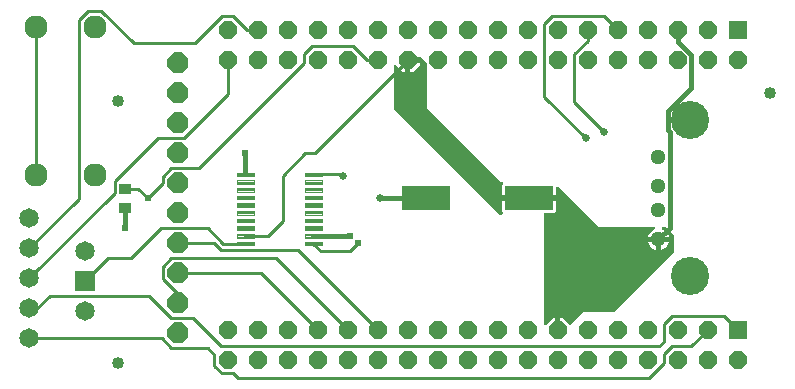
<source format=gbr>
G04 EAGLE Gerber RS-274X export*
G75*
%MOMM*%
%FSLAX34Y34*%
%LPD*%
%INTop Copper*%
%IPPOS*%
%AMOC8*
5,1,8,0,0,1.08239X$1,22.5*%
G01*
%ADD10R,1.031241X0.949959*%
%ADD11C,1.960000*%
%ADD12R,1.524000X1.524000*%
%ADD13P,1.649562X8X202.500000*%
%ADD14R,1.651000X1.651000*%
%ADD15C,1.651000*%
%ADD16P,1.924489X8X202.500000*%
%ADD17C,0.102500*%
%ADD18C,3.220000*%
%ADD19C,1.288000*%
%ADD20C,1.016000*%
%ADD21R,4.100000X2.000000*%
%ADD22C,0.254000*%
%ADD23C,0.381000*%
%ADD24C,0.609600*%
%ADD25C,0.654800*%

G36*
X500771Y65998D02*
X500771Y65998D01*
X500889Y66006D01*
X500928Y66018D01*
X500968Y66023D01*
X501079Y66067D01*
X501192Y66104D01*
X501226Y66125D01*
X501264Y66140D01*
X501360Y66210D01*
X501461Y66274D01*
X501488Y66303D01*
X501521Y66327D01*
X501597Y66419D01*
X501679Y66506D01*
X501698Y66541D01*
X501724Y66572D01*
X501775Y66680D01*
X501832Y66784D01*
X501842Y66823D01*
X501859Y66860D01*
X501882Y66977D01*
X501912Y67092D01*
X501915Y67152D01*
X501919Y67172D01*
X501918Y67193D01*
X501922Y67253D01*
X501922Y76461D01*
X503909Y76461D01*
X509260Y71110D01*
X509354Y71037D01*
X509443Y70958D01*
X509479Y70940D01*
X509511Y70915D01*
X509620Y70867D01*
X509726Y70813D01*
X509766Y70805D01*
X509803Y70788D01*
X509921Y70770D01*
X510037Y70744D01*
X510077Y70745D01*
X510117Y70739D01*
X510236Y70750D01*
X510354Y70753D01*
X510393Y70765D01*
X510434Y70768D01*
X510546Y70809D01*
X510660Y70842D01*
X510695Y70862D01*
X510733Y70876D01*
X510831Y70943D01*
X510934Y71003D01*
X510979Y71043D01*
X510996Y71055D01*
X511009Y71070D01*
X511055Y71110D01*
X521226Y81281D01*
X546100Y81281D01*
X546198Y81293D01*
X546297Y81296D01*
X546355Y81313D01*
X546416Y81321D01*
X546508Y81357D01*
X546603Y81385D01*
X546655Y81415D01*
X546711Y81438D01*
X546791Y81496D01*
X546877Y81546D01*
X546952Y81612D01*
X546969Y81624D01*
X546976Y81634D01*
X546998Y81653D01*
X597798Y132453D01*
X597858Y132531D01*
X597926Y132603D01*
X597955Y132656D01*
X597992Y132704D01*
X598032Y132795D01*
X598080Y132881D01*
X598095Y132940D01*
X598119Y132996D01*
X598134Y133094D01*
X598159Y133189D01*
X598165Y133289D01*
X598169Y133310D01*
X598167Y133322D01*
X598169Y133350D01*
X598169Y146050D01*
X598157Y146148D01*
X598154Y146247D01*
X598137Y146305D01*
X598129Y146366D01*
X598093Y146458D01*
X598065Y146553D01*
X598035Y146605D01*
X598012Y146661D01*
X597954Y146741D01*
X597904Y146827D01*
X597838Y146902D01*
X597826Y146919D01*
X597816Y146926D01*
X597798Y146948D01*
X591448Y153298D01*
X591369Y153358D01*
X591297Y153426D01*
X591244Y153455D01*
X591196Y153492D01*
X591105Y153532D01*
X591019Y153580D01*
X590960Y153595D01*
X590904Y153619D01*
X590806Y153634D01*
X590711Y153659D01*
X590611Y153665D01*
X590590Y153669D01*
X590578Y153667D01*
X590550Y153669D01*
X588770Y153669D01*
X588701Y153661D01*
X588631Y153662D01*
X588544Y153641D01*
X588455Y153629D01*
X588390Y153604D01*
X588322Y153587D01*
X588242Y153545D01*
X588159Y153512D01*
X588103Y153471D01*
X588041Y153439D01*
X587974Y153378D01*
X587902Y153326D01*
X587857Y153272D01*
X587805Y153225D01*
X587756Y153150D01*
X587699Y153081D01*
X587669Y153017D01*
X587631Y152959D01*
X587601Y152874D01*
X587563Y152793D01*
X587550Y152724D01*
X587527Y152658D01*
X587520Y152569D01*
X587503Y152481D01*
X587508Y152411D01*
X587502Y152341D01*
X587518Y152253D01*
X587523Y152163D01*
X587545Y152097D01*
X587557Y152028D01*
X587594Y151946D01*
X587621Y151861D01*
X587659Y151802D01*
X587687Y151738D01*
X587743Y151668D01*
X587791Y151592D01*
X587842Y151544D01*
X587886Y151490D01*
X587958Y151436D01*
X588023Y151374D01*
X588084Y151340D01*
X588140Y151298D01*
X588284Y151227D01*
X589054Y150909D01*
X590525Y149926D01*
X591776Y148675D01*
X592759Y147204D01*
X593436Y145570D01*
X593499Y145249D01*
X585830Y145249D01*
X585712Y145234D01*
X585593Y145227D01*
X585555Y145214D01*
X585515Y145209D01*
X585404Y145166D01*
X585291Y145129D01*
X585257Y145107D01*
X585219Y145092D01*
X585123Y145023D01*
X585022Y144959D01*
X584994Y144929D01*
X584962Y144906D01*
X584886Y144814D01*
X584804Y144727D01*
X584796Y144713D01*
X584749Y144788D01*
X584719Y144816D01*
X584695Y144849D01*
X584604Y144925D01*
X584517Y145006D01*
X584482Y145026D01*
X584450Y145051D01*
X584343Y145102D01*
X584238Y145160D01*
X584199Y145170D01*
X584163Y145187D01*
X584046Y145209D01*
X583930Y145239D01*
X583870Y145243D01*
X583850Y145247D01*
X583830Y145245D01*
X583770Y145249D01*
X576101Y145249D01*
X576164Y145570D01*
X576841Y147204D01*
X577824Y148675D01*
X579075Y149926D01*
X580546Y150909D01*
X581316Y151227D01*
X581376Y151262D01*
X581441Y151288D01*
X581514Y151340D01*
X581592Y151385D01*
X581642Y151434D01*
X581698Y151474D01*
X581756Y151544D01*
X581820Y151606D01*
X581857Y151666D01*
X581901Y151719D01*
X581939Y151801D01*
X581986Y151877D01*
X582007Y151944D01*
X582037Y152007D01*
X582054Y152095D01*
X582080Y152181D01*
X582083Y152251D01*
X582097Y152320D01*
X582091Y152409D01*
X582095Y152499D01*
X582081Y152567D01*
X582077Y152637D01*
X582049Y152722D01*
X582031Y152810D01*
X582000Y152873D01*
X581979Y152939D01*
X581931Y153015D01*
X581891Y153096D01*
X581846Y153149D01*
X581809Y153208D01*
X581743Y153270D01*
X581685Y153338D01*
X581628Y153378D01*
X581577Y153426D01*
X581498Y153469D01*
X581425Y153521D01*
X581359Y153546D01*
X581298Y153580D01*
X581212Y153602D01*
X581127Y153634D01*
X581058Y153642D01*
X580991Y153659D01*
X580830Y153669D01*
X533926Y153669D01*
X500507Y187088D01*
X500398Y187173D01*
X500291Y187261D01*
X500272Y187270D01*
X500256Y187282D01*
X500128Y187338D01*
X500003Y187397D01*
X499983Y187401D01*
X499964Y187409D01*
X499826Y187431D01*
X499690Y187457D01*
X499670Y187455D01*
X499650Y187459D01*
X499511Y187446D01*
X499373Y187437D01*
X499354Y187431D01*
X499334Y187429D01*
X499202Y187382D01*
X499071Y187339D01*
X499053Y187328D01*
X499034Y187321D01*
X498919Y187243D01*
X498802Y187169D01*
X498788Y187154D01*
X498771Y187143D01*
X498679Y187038D01*
X498584Y186937D01*
X498574Y186919D01*
X498561Y186904D01*
X498497Y186780D01*
X498430Y186659D01*
X498425Y186639D01*
X498416Y186621D01*
X498386Y186485D01*
X498351Y186351D01*
X498349Y186323D01*
X498346Y186311D01*
X498347Y186290D01*
X498341Y186190D01*
X498341Y180339D01*
X476570Y180339D01*
X476452Y180324D01*
X476333Y180317D01*
X476295Y180304D01*
X476255Y180299D01*
X476144Y180255D01*
X476031Y180219D01*
X475996Y180197D01*
X475959Y180182D01*
X475863Y180112D01*
X475762Y180049D01*
X475734Y180019D01*
X475702Y179995D01*
X475626Y179904D01*
X475544Y179817D01*
X475525Y179782D01*
X475499Y179750D01*
X475448Y179643D01*
X475391Y179539D01*
X475380Y179499D01*
X475363Y179463D01*
X475341Y179346D01*
X475311Y179231D01*
X475307Y179170D01*
X475303Y179150D01*
X475305Y179130D01*
X475301Y179070D01*
X475301Y176530D01*
X475316Y176412D01*
X475323Y176293D01*
X475336Y176255D01*
X475341Y176215D01*
X475385Y176104D01*
X475421Y175991D01*
X475443Y175956D01*
X475458Y175919D01*
X475528Y175823D01*
X475591Y175722D01*
X475621Y175694D01*
X475645Y175661D01*
X475736Y175586D01*
X475823Y175504D01*
X475858Y175484D01*
X475890Y175459D01*
X475997Y175408D01*
X476101Y175350D01*
X476141Y175340D01*
X476177Y175323D01*
X476294Y175301D01*
X476409Y175271D01*
X476470Y175267D01*
X476490Y175263D01*
X476510Y175265D01*
X476570Y175261D01*
X498341Y175261D01*
X498341Y167466D01*
X498168Y166819D01*
X497833Y166240D01*
X497360Y165767D01*
X496781Y165432D01*
X496134Y165259D01*
X488950Y165259D01*
X488832Y165244D01*
X488713Y165237D01*
X488675Y165224D01*
X488634Y165219D01*
X488524Y165176D01*
X488411Y165139D01*
X488376Y165117D01*
X488339Y165102D01*
X488243Y165033D01*
X488142Y164969D01*
X488114Y164939D01*
X488081Y164916D01*
X488006Y164824D01*
X487924Y164737D01*
X487904Y164702D01*
X487879Y164671D01*
X487828Y164563D01*
X487770Y164459D01*
X487760Y164419D01*
X487743Y164383D01*
X487721Y164266D01*
X487691Y164151D01*
X487687Y164091D01*
X487683Y164071D01*
X487685Y164050D01*
X487681Y163990D01*
X487681Y71714D01*
X487698Y71576D01*
X487711Y71438D01*
X487718Y71419D01*
X487721Y71399D01*
X487772Y71270D01*
X487819Y71139D01*
X487830Y71122D01*
X487838Y71103D01*
X487919Y70991D01*
X487997Y70876D01*
X488013Y70862D01*
X488024Y70846D01*
X488132Y70757D01*
X488236Y70665D01*
X488254Y70656D01*
X488269Y70643D01*
X488395Y70584D01*
X488519Y70521D01*
X488539Y70516D01*
X488557Y70508D01*
X488693Y70481D01*
X488829Y70451D01*
X488850Y70452D01*
X488870Y70448D01*
X489008Y70456D01*
X489147Y70461D01*
X489167Y70466D01*
X489187Y70467D01*
X489319Y70510D01*
X489453Y70549D01*
X489470Y70559D01*
X489489Y70566D01*
X489607Y70640D01*
X489727Y70711D01*
X489748Y70729D01*
X489758Y70736D01*
X489772Y70751D01*
X489848Y70817D01*
X495491Y76461D01*
X497478Y76461D01*
X497478Y67253D01*
X497493Y67134D01*
X497501Y67016D01*
X497513Y66977D01*
X497518Y66937D01*
X497562Y66826D01*
X497599Y66713D01*
X497620Y66679D01*
X497635Y66641D01*
X497705Y66545D01*
X497769Y66445D01*
X497798Y66417D01*
X497822Y66384D01*
X497914Y66308D01*
X498000Y66227D01*
X498036Y66207D01*
X498067Y66181D01*
X498175Y66131D01*
X498279Y66073D01*
X498318Y66063D01*
X498355Y66046D01*
X498471Y66023D01*
X498587Y65994D01*
X498647Y65990D01*
X498667Y65986D01*
X498687Y65987D01*
X498747Y65983D01*
X500653Y65983D01*
X500771Y65998D01*
G37*
G36*
X452250Y163848D02*
X452250Y163848D01*
X452388Y163861D01*
X452407Y163868D01*
X452427Y163871D01*
X452557Y163922D01*
X452688Y163969D01*
X452704Y163980D01*
X452723Y163988D01*
X452836Y164069D01*
X452951Y164147D01*
X452964Y164163D01*
X452980Y164174D01*
X453069Y164282D01*
X453161Y164386D01*
X453170Y164404D01*
X453183Y164419D01*
X453242Y164545D01*
X453306Y164669D01*
X453310Y164689D01*
X453319Y164707D01*
X453345Y164843D01*
X453375Y164979D01*
X453375Y165000D01*
X453379Y165020D01*
X453370Y165158D01*
X453366Y165297D01*
X453360Y165317D01*
X453359Y165337D01*
X453316Y165469D01*
X453277Y165603D01*
X453267Y165620D01*
X453261Y165639D01*
X453186Y165757D01*
X453116Y165877D01*
X453097Y165898D01*
X453091Y165908D01*
X453076Y165922D01*
X453009Y165998D01*
X452767Y166240D01*
X452432Y166819D01*
X452259Y167466D01*
X452259Y175261D01*
X474030Y175261D01*
X474148Y175276D01*
X474267Y175283D01*
X474305Y175296D01*
X474345Y175301D01*
X474456Y175344D01*
X474569Y175381D01*
X474604Y175403D01*
X474641Y175418D01*
X474737Y175488D01*
X474838Y175551D01*
X474866Y175581D01*
X474898Y175605D01*
X474974Y175696D01*
X475056Y175783D01*
X475075Y175818D01*
X475101Y175849D01*
X475152Y175957D01*
X475209Y176061D01*
X475220Y176101D01*
X475237Y176137D01*
X475259Y176254D01*
X475289Y176369D01*
X475293Y176430D01*
X475297Y176450D01*
X475295Y176470D01*
X475299Y176530D01*
X475299Y179070D01*
X475284Y179188D01*
X475277Y179307D01*
X475264Y179345D01*
X475259Y179385D01*
X475215Y179496D01*
X475179Y179609D01*
X475157Y179644D01*
X475142Y179681D01*
X475072Y179777D01*
X475009Y179878D01*
X474979Y179906D01*
X474955Y179938D01*
X474864Y180014D01*
X474777Y180096D01*
X474742Y180115D01*
X474710Y180141D01*
X474603Y180192D01*
X474499Y180249D01*
X474459Y180260D01*
X474423Y180277D01*
X474306Y180299D01*
X474191Y180329D01*
X474130Y180333D01*
X474110Y180337D01*
X474090Y180335D01*
X474030Y180339D01*
X452259Y180339D01*
X452259Y188134D01*
X452432Y188781D01*
X452767Y189360D01*
X453009Y189603D01*
X453095Y189712D01*
X453183Y189819D01*
X453192Y189838D01*
X453204Y189854D01*
X453260Y189982D01*
X453319Y190107D01*
X453323Y190127D01*
X453331Y190146D01*
X453353Y190284D01*
X453379Y190420D01*
X453377Y190440D01*
X453381Y190460D01*
X453367Y190599D01*
X453359Y190737D01*
X453353Y190756D01*
X453351Y190776D01*
X453304Y190908D01*
X453261Y191039D01*
X453250Y191057D01*
X453243Y191076D01*
X453165Y191191D01*
X453091Y191308D01*
X453076Y191322D01*
X453065Y191339D01*
X452960Y191431D01*
X452859Y191526D01*
X452841Y191536D01*
X452826Y191549D01*
X452702Y191612D01*
X452581Y191680D01*
X452561Y191685D01*
X452543Y191694D01*
X452407Y191724D01*
X452273Y191759D01*
X452245Y191761D01*
X452233Y191764D01*
X452212Y191763D01*
X452112Y191769D01*
X451376Y191769D01*
X388619Y254526D01*
X388619Y292100D01*
X388607Y292198D01*
X388604Y292297D01*
X388587Y292355D01*
X388579Y292416D01*
X388543Y292508D01*
X388515Y292603D01*
X388485Y292655D01*
X388462Y292711D01*
X388404Y292791D01*
X388354Y292877D01*
X388288Y292952D01*
X388276Y292969D01*
X388266Y292976D01*
X388248Y292998D01*
X384495Y296750D01*
X384417Y296811D01*
X384345Y296879D01*
X384292Y296908D01*
X384244Y296945D01*
X384153Y296984D01*
X384066Y297032D01*
X384008Y297047D01*
X383952Y297071D01*
X383854Y297087D01*
X383758Y297112D01*
X383658Y297118D01*
X383638Y297121D01*
X383625Y297120D01*
X383597Y297122D01*
X373653Y297122D01*
X373534Y297107D01*
X373416Y297099D01*
X373377Y297087D01*
X373337Y297082D01*
X373226Y297038D01*
X373113Y297001D01*
X373079Y296980D01*
X373041Y296965D01*
X372945Y296895D01*
X372845Y296831D01*
X372817Y296802D01*
X372784Y296778D01*
X372708Y296686D01*
X372627Y296600D01*
X372607Y296564D01*
X372581Y296533D01*
X372531Y296425D01*
X372473Y296321D01*
X372463Y296282D01*
X372446Y296245D01*
X372423Y296129D01*
X372394Y296013D01*
X372390Y295953D01*
X372386Y295933D01*
X372387Y295913D01*
X372383Y295853D01*
X372383Y295217D01*
X371747Y295217D01*
X371629Y295202D01*
X371511Y295194D01*
X371472Y295182D01*
X371432Y295177D01*
X371321Y295133D01*
X371208Y295096D01*
X371174Y295075D01*
X371136Y295060D01*
X371040Y294990D01*
X370939Y294926D01*
X370912Y294897D01*
X370879Y294873D01*
X370803Y294781D01*
X370721Y294694D01*
X370702Y294659D01*
X370676Y294628D01*
X370625Y294520D01*
X370568Y294416D01*
X370558Y294377D01*
X370541Y294340D01*
X370518Y294223D01*
X370488Y294108D01*
X370485Y294048D01*
X370481Y294028D01*
X370482Y294007D01*
X370478Y293947D01*
X370478Y284739D01*
X368491Y284739D01*
X362848Y290383D01*
X362738Y290468D01*
X362631Y290557D01*
X362612Y290566D01*
X362596Y290578D01*
X362468Y290633D01*
X362343Y290692D01*
X362323Y290696D01*
X362304Y290704D01*
X362166Y290726D01*
X362031Y290752D01*
X362010Y290751D01*
X361990Y290754D01*
X361851Y290741D01*
X361713Y290733D01*
X361694Y290726D01*
X361674Y290724D01*
X361542Y290677D01*
X361411Y290634D01*
X361393Y290624D01*
X361374Y290617D01*
X361259Y290539D01*
X361142Y290464D01*
X361128Y290450D01*
X361111Y290438D01*
X361019Y290334D01*
X360924Y290233D01*
X360914Y290215D01*
X360901Y290200D01*
X360837Y290076D01*
X360770Y289954D01*
X360765Y289935D01*
X360756Y289917D01*
X360726Y289781D01*
X360691Y289646D01*
X360689Y289618D01*
X360687Y289606D01*
X360687Y289586D01*
X360681Y289486D01*
X360681Y254000D01*
X360693Y253902D01*
X360696Y253803D01*
X360713Y253745D01*
X360721Y253684D01*
X360757Y253592D01*
X360785Y253497D01*
X360815Y253445D01*
X360838Y253389D01*
X360896Y253309D01*
X360946Y253223D01*
X361012Y253148D01*
X361024Y253131D01*
X361034Y253124D01*
X361053Y253103D01*
X449953Y164203D01*
X450031Y164142D01*
X450103Y164074D01*
X450156Y164045D01*
X450204Y164008D01*
X450295Y163968D01*
X450381Y163920D01*
X450440Y163905D01*
X450496Y163881D01*
X450594Y163866D01*
X450689Y163841D01*
X450789Y163835D01*
X450810Y163831D01*
X450822Y163833D01*
X450850Y163831D01*
X452112Y163831D01*
X452250Y163848D01*
G37*
%LPC*%
G36*
X374922Y284739D02*
X374922Y284739D01*
X374922Y292678D01*
X382861Y292678D01*
X382861Y290691D01*
X376909Y284739D01*
X374922Y284739D01*
G37*
%LPD*%
%LPC*%
G36*
X587099Y140651D02*
X587099Y140651D01*
X593499Y140651D01*
X593436Y140330D01*
X592759Y138696D01*
X591776Y137225D01*
X590525Y135974D01*
X589054Y134991D01*
X587420Y134314D01*
X587099Y134251D01*
X587099Y140651D01*
G37*
%LPD*%
%LPC*%
G36*
X582180Y134314D02*
X582180Y134314D01*
X580546Y134991D01*
X579075Y135974D01*
X577824Y137225D01*
X576841Y138696D01*
X576164Y140330D01*
X576101Y140651D01*
X582501Y140651D01*
X582501Y134251D01*
X582180Y134314D01*
G37*
%LPD*%
D10*
X133350Y185801D03*
X133350Y169799D03*
D11*
X57550Y322850D03*
X107550Y322850D03*
X107550Y197850D03*
X57550Y197850D03*
D12*
X652100Y320300D03*
D13*
X652100Y294900D03*
X626700Y320300D03*
X626700Y294900D03*
X601300Y320300D03*
X601300Y294900D03*
X575900Y320300D03*
X575900Y294900D03*
X550500Y320300D03*
X550500Y294900D03*
X525100Y320300D03*
X525100Y294900D03*
X499700Y320300D03*
X499700Y294900D03*
X474300Y320300D03*
X474300Y294900D03*
X448900Y320300D03*
X448900Y294900D03*
X423500Y320300D03*
X423500Y294900D03*
X398100Y320300D03*
X398100Y294900D03*
X372700Y320300D03*
X372700Y294900D03*
X347300Y320300D03*
X347300Y294900D03*
X321900Y320300D03*
X321900Y294900D03*
X296500Y320300D03*
X296500Y294900D03*
X271100Y320300D03*
X271100Y294900D03*
X245700Y320300D03*
X245700Y294900D03*
X220300Y320300D03*
X220300Y294900D03*
D12*
X652100Y66300D03*
D13*
X652100Y40900D03*
X626700Y66300D03*
X626700Y40900D03*
X601300Y66300D03*
X601300Y40900D03*
X575900Y66300D03*
X575900Y40900D03*
X550500Y66300D03*
X550500Y40900D03*
X525100Y66300D03*
X525100Y40900D03*
X499700Y66300D03*
X499700Y40900D03*
X474300Y66300D03*
X474300Y40900D03*
X448900Y66300D03*
X448900Y40900D03*
X423500Y66300D03*
X423500Y40900D03*
X398100Y66300D03*
X398100Y40900D03*
X372700Y66300D03*
X372700Y40900D03*
X347300Y66300D03*
X347300Y40900D03*
X321900Y66300D03*
X321900Y40900D03*
X296500Y66300D03*
X296500Y40900D03*
X271100Y66300D03*
X271100Y40900D03*
X245700Y66300D03*
X245700Y40900D03*
X220300Y66300D03*
X220300Y40900D03*
D14*
X99400Y107850D03*
D15*
X99400Y82450D03*
X99400Y133250D03*
D16*
X177800Y63500D03*
X177800Y88900D03*
X177800Y114300D03*
X177800Y139700D03*
X177800Y165100D03*
X177800Y190500D03*
X177800Y215900D03*
X177800Y241300D03*
X177800Y266700D03*
X177800Y292100D03*
D17*
X285262Y140988D02*
X299938Y140988D01*
X299938Y137912D01*
X285262Y137912D01*
X285262Y140988D01*
X285262Y138886D02*
X299938Y138886D01*
X299938Y139860D02*
X285262Y139860D01*
X285262Y140834D02*
X299938Y140834D01*
X299938Y147488D02*
X285262Y147488D01*
X299938Y147488D02*
X299938Y144412D01*
X285262Y144412D01*
X285262Y147488D01*
X285262Y145386D02*
X299938Y145386D01*
X299938Y146360D02*
X285262Y146360D01*
X285262Y147334D02*
X299938Y147334D01*
X299938Y153988D02*
X285262Y153988D01*
X299938Y153988D02*
X299938Y150912D01*
X285262Y150912D01*
X285262Y153988D01*
X285262Y151886D02*
X299938Y151886D01*
X299938Y152860D02*
X285262Y152860D01*
X285262Y153834D02*
X299938Y153834D01*
X299938Y160488D02*
X285262Y160488D01*
X299938Y160488D02*
X299938Y157412D01*
X285262Y157412D01*
X285262Y160488D01*
X285262Y158386D02*
X299938Y158386D01*
X299938Y159360D02*
X285262Y159360D01*
X285262Y160334D02*
X299938Y160334D01*
X299938Y166988D02*
X285262Y166988D01*
X299938Y166988D02*
X299938Y163912D01*
X285262Y163912D01*
X285262Y166988D01*
X285262Y164886D02*
X299938Y164886D01*
X299938Y165860D02*
X285262Y165860D01*
X285262Y166834D02*
X299938Y166834D01*
X299938Y173488D02*
X285262Y173488D01*
X299938Y173488D02*
X299938Y170412D01*
X285262Y170412D01*
X285262Y173488D01*
X285262Y171386D02*
X299938Y171386D01*
X299938Y172360D02*
X285262Y172360D01*
X285262Y173334D02*
X299938Y173334D01*
X299938Y179988D02*
X285262Y179988D01*
X299938Y179988D02*
X299938Y176912D01*
X285262Y176912D01*
X285262Y179988D01*
X285262Y177886D02*
X299938Y177886D01*
X299938Y178860D02*
X285262Y178860D01*
X285262Y179834D02*
X299938Y179834D01*
X299938Y186488D02*
X285262Y186488D01*
X299938Y186488D02*
X299938Y183412D01*
X285262Y183412D01*
X285262Y186488D01*
X285262Y184386D02*
X299938Y184386D01*
X299938Y185360D02*
X285262Y185360D01*
X285262Y186334D02*
X299938Y186334D01*
X299938Y192988D02*
X285262Y192988D01*
X299938Y192988D02*
X299938Y189912D01*
X285262Y189912D01*
X285262Y192988D01*
X285262Y190886D02*
X299938Y190886D01*
X299938Y191860D02*
X285262Y191860D01*
X285262Y192834D02*
X299938Y192834D01*
X299938Y199488D02*
X285262Y199488D01*
X299938Y199488D02*
X299938Y196412D01*
X285262Y196412D01*
X285262Y199488D01*
X285262Y197386D02*
X299938Y197386D01*
X299938Y198360D02*
X285262Y198360D01*
X285262Y199334D02*
X299938Y199334D01*
X242538Y199488D02*
X227862Y199488D01*
X242538Y199488D02*
X242538Y196412D01*
X227862Y196412D01*
X227862Y199488D01*
X227862Y197386D02*
X242538Y197386D01*
X242538Y198360D02*
X227862Y198360D01*
X227862Y199334D02*
X242538Y199334D01*
X242538Y192988D02*
X227862Y192988D01*
X242538Y192988D02*
X242538Y189912D01*
X227862Y189912D01*
X227862Y192988D01*
X227862Y190886D02*
X242538Y190886D01*
X242538Y191860D02*
X227862Y191860D01*
X227862Y192834D02*
X242538Y192834D01*
X242538Y186488D02*
X227862Y186488D01*
X242538Y186488D02*
X242538Y183412D01*
X227862Y183412D01*
X227862Y186488D01*
X227862Y184386D02*
X242538Y184386D01*
X242538Y185360D02*
X227862Y185360D01*
X227862Y186334D02*
X242538Y186334D01*
X242538Y179988D02*
X227862Y179988D01*
X242538Y179988D02*
X242538Y176912D01*
X227862Y176912D01*
X227862Y179988D01*
X227862Y177886D02*
X242538Y177886D01*
X242538Y178860D02*
X227862Y178860D01*
X227862Y179834D02*
X242538Y179834D01*
X242538Y173488D02*
X227862Y173488D01*
X242538Y173488D02*
X242538Y170412D01*
X227862Y170412D01*
X227862Y173488D01*
X227862Y171386D02*
X242538Y171386D01*
X242538Y172360D02*
X227862Y172360D01*
X227862Y173334D02*
X242538Y173334D01*
X242538Y166988D02*
X227862Y166988D01*
X242538Y166988D02*
X242538Y163912D01*
X227862Y163912D01*
X227862Y166988D01*
X227862Y164886D02*
X242538Y164886D01*
X242538Y165860D02*
X227862Y165860D01*
X227862Y166834D02*
X242538Y166834D01*
X242538Y160488D02*
X227862Y160488D01*
X242538Y160488D02*
X242538Y157412D01*
X227862Y157412D01*
X227862Y160488D01*
X227862Y158386D02*
X242538Y158386D01*
X242538Y159360D02*
X227862Y159360D01*
X227862Y160334D02*
X242538Y160334D01*
X242538Y153988D02*
X227862Y153988D01*
X242538Y153988D02*
X242538Y150912D01*
X227862Y150912D01*
X227862Y153988D01*
X227862Y151886D02*
X242538Y151886D01*
X242538Y152860D02*
X227862Y152860D01*
X227862Y153834D02*
X242538Y153834D01*
X242538Y147488D02*
X227862Y147488D01*
X242538Y147488D02*
X242538Y144412D01*
X227862Y144412D01*
X227862Y147488D01*
X227862Y145386D02*
X242538Y145386D01*
X242538Y146360D02*
X227862Y146360D01*
X227862Y147334D02*
X242538Y147334D01*
X242538Y140988D02*
X227862Y140988D01*
X242538Y140988D02*
X242538Y137912D01*
X227862Y137912D01*
X227862Y140988D01*
X227862Y138886D02*
X242538Y138886D01*
X242538Y139860D02*
X227862Y139860D01*
X227862Y140834D02*
X242538Y140834D01*
D18*
X611900Y112250D03*
D19*
X584800Y142950D03*
D18*
X611900Y243650D03*
D19*
X584800Y167950D03*
X584800Y187950D03*
X584800Y212950D03*
D15*
X51700Y135300D03*
X51700Y160700D03*
X51700Y109900D03*
X51700Y84500D03*
X51700Y59100D03*
D20*
X127000Y38100D03*
X127000Y260350D03*
X679450Y266700D03*
D21*
X475300Y177800D03*
X388300Y177800D03*
D22*
X235200Y197950D02*
X234950Y198200D01*
D23*
X234950Y215900D01*
D24*
X234950Y215900D03*
D23*
X349250Y177800D02*
X388300Y177800D01*
D25*
X349250Y177800D03*
D22*
X235200Y139450D02*
X216150Y139450D01*
X203200Y152400D01*
X164011Y152400D01*
X138611Y127000D01*
X118550Y127000D02*
X99400Y107850D01*
X118550Y127000D02*
X138611Y127000D01*
D23*
X133350Y152400D02*
X133350Y169799D01*
D24*
X133350Y152400D03*
X323850Y146050D03*
D23*
X292700Y146050D02*
X292600Y145950D01*
X292700Y146050D02*
X323850Y146050D01*
D22*
X316400Y197950D02*
X292600Y197950D01*
X316400Y197950D02*
X317500Y196850D01*
D25*
X317500Y196850D03*
D23*
X592625Y235666D02*
X592625Y251634D01*
X601300Y310166D02*
X601300Y320300D01*
X601300Y310166D02*
X612095Y299371D01*
X592625Y235666D02*
X594415Y233876D01*
X594415Y152565D01*
X584800Y142950D01*
X612095Y271104D02*
X612095Y299371D01*
X612095Y271104D02*
X592625Y251634D01*
D22*
X372700Y294900D02*
X293700Y215900D01*
X285750Y215900D01*
X266700Y196850D01*
X266700Y158750D01*
X253900Y145950D01*
X235200Y145950D01*
D24*
X330200Y139700D03*
D22*
X323600Y133100D01*
X298950Y133100D01*
X292600Y139450D01*
X248500Y114300D02*
X177800Y114300D01*
X248500Y114300D02*
X296500Y66300D01*
X165100Y109039D02*
X165100Y119561D01*
X172539Y127000D01*
X261200Y127000D01*
X321900Y66300D01*
X177800Y88900D02*
X177800Y96339D01*
X165100Y109039D01*
X177800Y139700D02*
X208716Y139700D01*
X280010Y133590D02*
X347300Y66300D01*
X214826Y133590D02*
X208716Y139700D01*
X214826Y133590D02*
X280010Y133590D01*
X494966Y331730D02*
X539070Y331730D01*
X550500Y320300D01*
X494966Y331730D02*
X488270Y325035D01*
D25*
X523240Y228600D03*
D22*
X488270Y263570D01*
X488270Y325035D01*
X525100Y320300D02*
X525100Y311065D01*
X513670Y299635D01*
X513670Y259080D01*
D25*
X538480Y233680D03*
D22*
X538480Y234270D01*
X513670Y259080D01*
X57550Y197850D02*
X57550Y322850D01*
D24*
X152400Y177800D03*
D22*
X144399Y185801D01*
X133350Y185801D01*
X152400Y177800D02*
X165100Y190500D01*
X165100Y195761D01*
X172539Y203200D01*
X285070Y299635D02*
X291766Y306330D01*
X338065Y294900D02*
X347300Y294900D01*
X338065Y294900D02*
X326635Y306330D01*
X195565Y203200D02*
X172539Y203200D01*
X195565Y203200D02*
X285070Y292706D01*
X285070Y299635D01*
X291766Y306330D02*
X326635Y306330D01*
X101913Y336460D02*
X93940Y328488D01*
X101913Y336460D02*
X113188Y336460D01*
X215566Y331730D02*
X225035Y331730D01*
X93940Y177540D02*
X51700Y135300D01*
X140608Y309040D02*
X113188Y336460D01*
X140608Y309040D02*
X192876Y309040D01*
X215566Y331730D01*
X93940Y328488D02*
X93940Y177540D01*
X236465Y320300D02*
X245700Y320300D01*
X236465Y320300D02*
X225035Y331730D01*
X124384Y182584D02*
X51700Y109900D01*
X124384Y182584D02*
X124384Y192129D01*
X160855Y228600D01*
X183061Y228600D01*
X220300Y265839D01*
X220300Y294900D01*
X59100Y84500D02*
X51700Y84500D01*
X59100Y84500D02*
X69850Y95250D01*
X153489Y95250D02*
X172539Y76200D01*
X190500Y76200D01*
X214370Y52330D02*
X585730Y52330D01*
X589870Y56470D01*
X589870Y71035D01*
X596566Y77730D02*
X640670Y77730D01*
X652100Y66300D01*
X153489Y95250D02*
X69850Y95250D01*
X190500Y76200D02*
X214370Y52330D01*
X589870Y71035D02*
X596566Y77730D01*
X164239Y59100D02*
X51700Y59100D01*
X164239Y59100D02*
X172539Y50800D01*
X203200Y50800D01*
X208870Y45130D01*
X208870Y36166D01*
X215566Y29470D01*
X224530Y29470D01*
X228600Y25400D01*
X589870Y45635D02*
X596566Y52330D01*
X612730Y52330D02*
X626700Y66300D01*
X612730Y52330D02*
X596566Y52330D01*
X576565Y25400D02*
X228600Y25400D01*
X576565Y25400D02*
X589870Y38706D01*
X589870Y45635D01*
M02*

</source>
